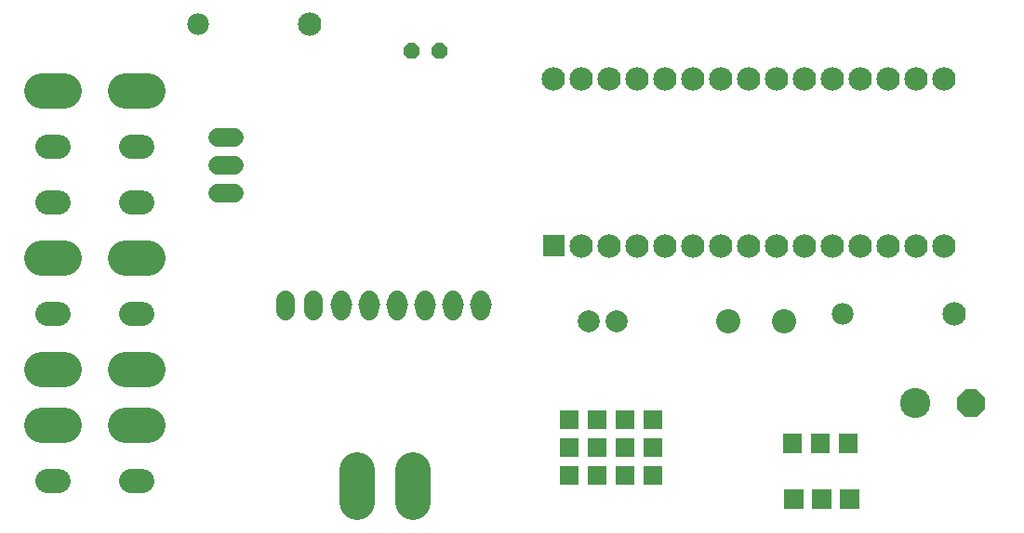
<source format=gbs>
G04 Layer: BottomSolderMaskLayer*
G04 EasyEDA v6.4.20.6, 2021-08-10T12:41:07+02:00*
G04 b7c102a2acce44a19693fb55b2eed2e6,dded15cb907e4d9595cc142038e9c969,10*
G04 Gerber Generator version 0.2*
G04 Scale: 100 percent, Rotated: No, Reflected: No *
G04 Dimensions in millimeters *
G04 leading zeros omitted , absolute positions ,4 integer and 5 decimal *
%FSLAX45Y45*%
%MOMM*%

%ADD34C,2.2352*%
%ADD35C,3.2032*%
%ADD36C,3.2512*%
%ADD37C,1.7032*%
%ADD38C,1.7272*%
%ADD40C,2.7432*%
%ADD41C,1.9812*%
%ADD42C,2.1336*%
%ADD43C,2.0032*%
%ADD44C,2.2032*%

%LPD*%
D34*
X1219200Y-14185900D02*
G01*
X1320800Y-14185900D01*
D35*
X1170000Y-13677900D02*
G01*
X1369999Y-13677900D01*
D34*
X1219200Y-13169900D02*
G01*
X1320800Y-13169900D01*
X1981200Y-14185900D02*
G01*
X2082800Y-14185900D01*
D35*
X1932000Y-13677900D02*
G01*
X2131999Y-13677900D01*
D34*
X1981200Y-13169900D02*
G01*
X2082800Y-13169900D01*
X1981200Y-12661900D02*
G01*
X2082800Y-12661900D01*
D35*
X1932000Y-12153900D02*
G01*
X2131999Y-12153900D01*
D34*
X1219200Y-12661900D02*
G01*
X1320800Y-12661900D01*
D35*
X1170000Y-12153900D02*
G01*
X1369999Y-12153900D01*
X1170000Y-14693900D02*
G01*
X1369999Y-14693900D01*
X1932000Y-14693900D02*
G01*
X2131999Y-14693900D01*
X1170000Y-15201900D02*
G01*
X1369999Y-15201900D01*
X1932000Y-15201900D02*
G01*
X2131999Y-15201900D01*
D34*
X1219200Y-15709900D02*
G01*
X1320800Y-15709900D01*
X1981200Y-15709900D02*
G01*
X2082800Y-15709900D01*
D36*
X4542891Y-15607614D02*
G01*
X4542891Y-15902812D01*
X4034891Y-15902812D02*
G01*
X4034891Y-15607614D01*
D37*
X3390900Y-14159699D02*
G01*
X3390900Y-14059700D01*
X5168900Y-14159699D02*
G01*
X5168900Y-14059700D01*
X3644900Y-14159699D02*
G01*
X3644900Y-14059700D01*
X3898900Y-14159699D02*
G01*
X3898900Y-14059700D01*
X4152900Y-14159699D02*
G01*
X4152900Y-14059700D01*
X4406900Y-14159699D02*
G01*
X4406900Y-14059700D01*
X4660900Y-14159699D02*
G01*
X4660900Y-14059700D01*
X4914900Y-14159699D02*
G01*
X4914900Y-14059700D01*
D38*
X2768600Y-12573000D02*
G01*
X2921000Y-12573000D01*
X2768600Y-12827000D02*
G01*
X2921000Y-12827000D01*
X2768600Y-13081000D02*
G01*
X2921000Y-13081000D01*
D40*
G01*
X9118600Y-14998700D03*
G36*
X9573768Y-15126207D02*
G01*
X9499091Y-15051531D01*
X9499091Y-14945868D01*
X9573768Y-14871192D01*
X9679431Y-14871192D01*
X9754108Y-14945868D01*
X9754108Y-15051531D01*
X9679431Y-15126207D01*
G37*
D41*
G01*
X8458200Y-14185900D03*
D42*
G01*
X9474200Y-14185900D03*
D43*
G01*
X6146800Y-14249400D03*
G01*
X6400800Y-14249400D03*
D44*
G01*
X7416800Y-14249400D03*
G01*
X7924800Y-14249400D03*
G36*
X4504436Y-11856720D02*
G01*
X4462779Y-11815063D01*
X4462779Y-11756136D01*
X4504436Y-11714479D01*
X4563363Y-11714479D01*
X4605020Y-11756136D01*
X4605020Y-11815063D01*
X4563363Y-11856720D01*
G37*
G36*
X4758436Y-11856720D02*
G01*
X4716779Y-11815063D01*
X4716779Y-11756136D01*
X4758436Y-11714479D01*
X4817363Y-11714479D01*
X4859020Y-11756136D01*
X4859020Y-11815063D01*
X4817363Y-11856720D01*
G37*
D41*
G01*
X4914874Y-14099667D03*
G01*
X4660874Y-14099667D03*
G01*
X4406874Y-14099667D03*
G01*
X4152874Y-14099667D03*
G01*
X3898900Y-14099692D03*
G01*
X5168900Y-14099692D03*
G36*
X5730240Y-13662660D02*
G01*
X5730240Y-13464539D01*
X5928359Y-13464539D01*
X5928359Y-13662660D01*
G37*
D42*
G01*
X6083300Y-13563600D03*
G01*
X6337300Y-13563600D03*
G01*
X6591300Y-13563600D03*
G01*
X6845300Y-13563600D03*
G01*
X7099300Y-13563600D03*
G01*
X7353300Y-13563600D03*
G01*
X7607300Y-13563600D03*
G01*
X7861300Y-13563600D03*
G01*
X8115300Y-13563600D03*
G01*
X8369300Y-13563600D03*
G01*
X8623300Y-13563600D03*
G01*
X5829300Y-12039600D03*
G01*
X6083300Y-12039600D03*
G01*
X6337300Y-12039600D03*
G01*
X6591300Y-12039600D03*
G01*
X6845300Y-12039600D03*
G01*
X7099300Y-12039600D03*
G01*
X7607300Y-12039600D03*
G01*
X7861300Y-12039600D03*
G01*
X8369300Y-12039600D03*
G01*
X8623300Y-12039600D03*
G01*
X8115300Y-12039600D03*
G01*
X7353300Y-12039600D03*
G01*
X8877300Y-13563600D03*
G01*
X9131300Y-13563600D03*
G01*
X9385300Y-13563600D03*
G01*
X8877300Y-12039600D03*
G01*
X9131300Y-12039600D03*
G01*
X9385300Y-12039600D03*
D41*
G01*
X2590800Y-11544300D03*
D42*
G01*
X3606800Y-11544300D03*
G36*
X6645909Y-15236189D02*
G01*
X6645909Y-15066010D01*
X6816090Y-15066010D01*
X6816090Y-15236189D01*
G37*
G36*
X6391909Y-15236189D02*
G01*
X6391909Y-15066010D01*
X6562090Y-15066010D01*
X6562090Y-15236189D01*
G37*
G36*
X6137909Y-15236189D02*
G01*
X6137909Y-15066010D01*
X6308090Y-15066010D01*
X6308090Y-15236189D01*
G37*
G36*
X5883909Y-15236189D02*
G01*
X5883909Y-15066010D01*
X6054090Y-15066010D01*
X6054090Y-15236189D01*
G37*
G36*
X5883909Y-15490189D02*
G01*
X5883909Y-15320010D01*
X6054090Y-15320010D01*
X6054090Y-15490189D01*
G37*
G36*
X6137909Y-15490189D02*
G01*
X6137909Y-15320010D01*
X6308090Y-15320010D01*
X6308090Y-15490189D01*
G37*
G36*
X6391909Y-15490189D02*
G01*
X6391909Y-15320010D01*
X6562090Y-15320010D01*
X6562090Y-15490189D01*
G37*
G36*
X6645909Y-15490189D02*
G01*
X6645909Y-15320010D01*
X6816090Y-15320010D01*
X6816090Y-15490189D01*
G37*
G36*
X5883909Y-15744189D02*
G01*
X5883909Y-15574010D01*
X6054090Y-15574010D01*
X6054090Y-15744189D01*
G37*
G36*
X6137909Y-15744189D02*
G01*
X6137909Y-15574010D01*
X6308090Y-15574010D01*
X6308090Y-15744189D01*
G37*
G36*
X6391909Y-15744189D02*
G01*
X6391909Y-15574010D01*
X6562090Y-15574010D01*
X6562090Y-15744189D01*
G37*
G36*
X6645909Y-15744189D02*
G01*
X6645909Y-15574010D01*
X6816090Y-15574010D01*
X6816090Y-15744189D01*
G37*
G36*
X8168640Y-15453360D02*
G01*
X8168640Y-15280639D01*
X8341359Y-15280639D01*
X8341359Y-15453360D01*
G37*
G36*
X8422640Y-15453360D02*
G01*
X8422640Y-15280639D01*
X8595359Y-15280639D01*
X8595359Y-15453360D01*
G37*
G36*
X7914640Y-15453360D02*
G01*
X7914640Y-15280639D01*
X8087359Y-15280639D01*
X8087359Y-15453360D01*
G37*
G36*
X8435340Y-15961360D02*
G01*
X8435340Y-15788639D01*
X8608059Y-15788639D01*
X8608059Y-15961360D01*
G37*
G36*
X8181340Y-15961360D02*
G01*
X8181340Y-15788639D01*
X8354059Y-15788639D01*
X8354059Y-15961360D01*
G37*
G36*
X7927340Y-15961360D02*
G01*
X7927340Y-15788639D01*
X8100059Y-15788639D01*
X8100059Y-15961360D01*
G37*
M02*

</source>
